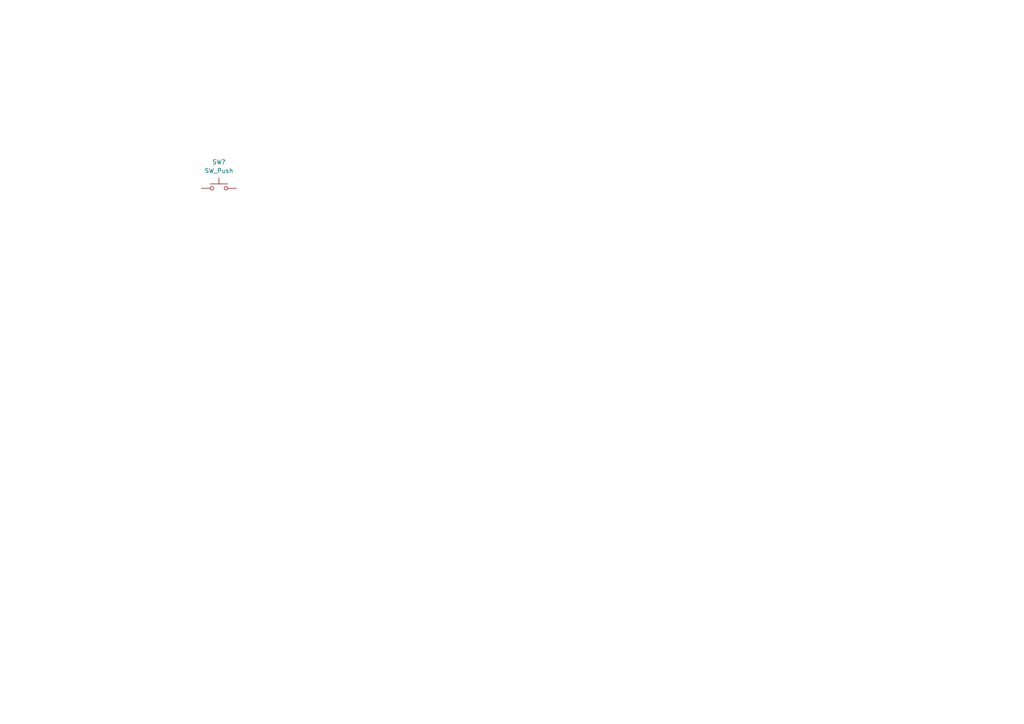
<source format=kicad_sch>
(kicad_sch (version 20250114) (generator "eeschema") (generator_version "9.0")
  (paper "A4")
  (lib_symbols
    (symbol "Switch:SW_Push" (pin_numbers (hide yes)) (pin_names (offset 1.016) (hide yes))
      (property "Reference" "SW" (at 1.27 2.54 0))
      (property "Value" "SW_Push" (at 0 -1.524 0))
      (symbol "SW_Push_0_1"
        (circle (center -2.032 0) (radius 0.508))
        (polyline (pts (xy 0 1.27) (xy 0 3.048)))
        (circle (center 2.032 0) (radius 0.508))
        (polyline (pts (xy 2.54 1.27) (xy -2.54 1.27)))
        (pin passive line (at -5.08 0 0) (length 2.54) (name "1") (number "1"))
        (pin passive line (at 5.08 0 180) (length 2.54) (name "2") (number "2"))
      )
    )
  )
  (symbol (lib_id "Switch:SW_Push") (at 63.5 54.61 0) (unit 1)
    (property "Reference" "SW?" (at 63.5 46.99 0))
    (property "Value" "SW_Push" (at 63.5 49.53 0))
    (property "Description" "Push button switch, generic, two pins" (effects (hide yes)))
  )
)
</source>
